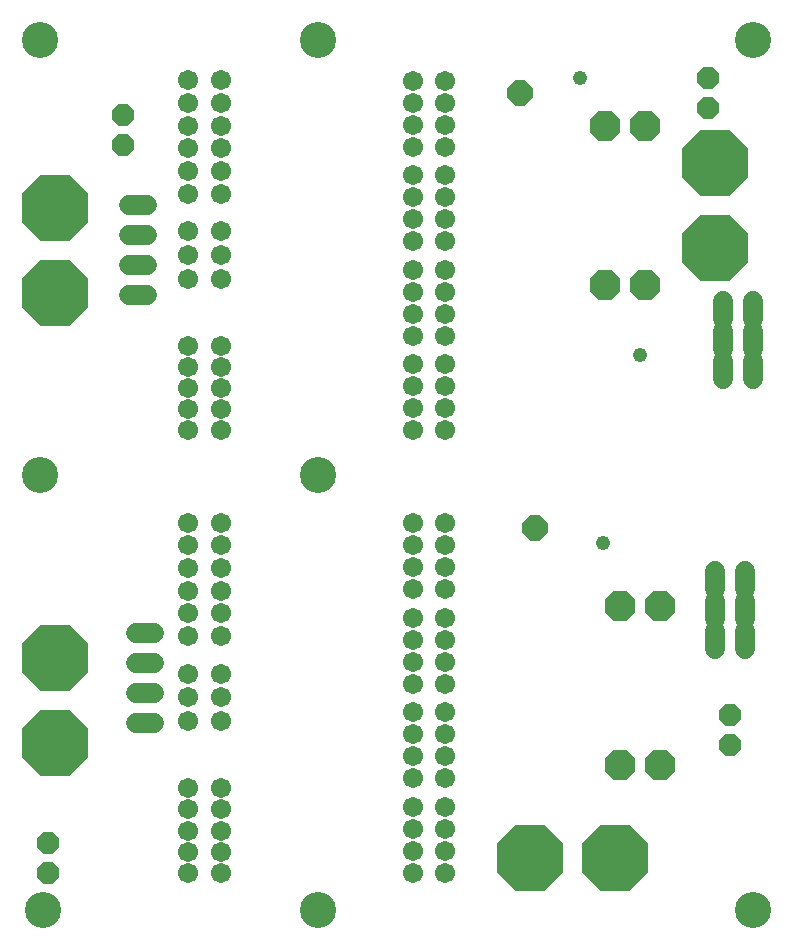
<source format=gbs>
G75*
%MOIN*%
%OFA0B0*%
%FSLAX25Y25*%
%IPPOS*%
%LPD*%
%AMOC8*
5,1,8,0,0,1.08239X$1,22.5*
%
%ADD10C,0.12000*%
%ADD11C,0.06706*%
%ADD12C,0.06800*%
%ADD13OC8,0.07100*%
%ADD14OC8,0.10250*%
%ADD15OC8,0.22300*%
%ADD16OC8,0.08400*%
%ADD17C,0.04900*%
D10*
X0018651Y0017667D03*
X0110167Y0017667D03*
X0110167Y0162667D03*
X0017667Y0162667D03*
X0017667Y0307667D03*
X0110167Y0307667D03*
X0255167Y0307667D03*
X0255167Y0017667D03*
D11*
X0152667Y0030167D03*
X0152667Y0037529D03*
X0152667Y0044891D03*
X0152667Y0052253D03*
X0152667Y0061663D03*
X0152667Y0069025D03*
X0152667Y0076387D03*
X0152667Y0083749D03*
X0152667Y0093159D03*
X0152667Y0100521D03*
X0152667Y0107883D03*
X0152667Y0115245D03*
X0152667Y0124655D03*
X0152667Y0132017D03*
X0152667Y0139379D03*
X0152667Y0146741D03*
X0141840Y0146741D03*
X0141840Y0139379D03*
X0141840Y0132017D03*
X0141840Y0124655D03*
X0141840Y0115245D03*
X0141840Y0107883D03*
X0141840Y0100521D03*
X0141840Y0093159D03*
X0141840Y0083749D03*
X0141840Y0076387D03*
X0141840Y0069025D03*
X0141840Y0061663D03*
X0141840Y0052253D03*
X0141840Y0044891D03*
X0141840Y0037529D03*
X0141840Y0030167D03*
X0077864Y0030167D03*
X0077864Y0037214D03*
X0077864Y0044261D03*
X0077864Y0051308D03*
X0077864Y0058356D03*
X0067037Y0058356D03*
X0067037Y0051308D03*
X0067037Y0044261D03*
X0067037Y0037214D03*
X0067037Y0030167D03*
X0067037Y0080757D03*
X0067037Y0088631D03*
X0067037Y0096505D03*
X0077864Y0096505D03*
X0077864Y0088631D03*
X0077864Y0080757D03*
X0077864Y0109064D03*
X0077864Y0116623D03*
X0077864Y0124182D03*
X0077864Y0131741D03*
X0077864Y0139301D03*
X0077864Y0146860D03*
X0067037Y0146860D03*
X0067037Y0139301D03*
X0067037Y0131741D03*
X0067037Y0124182D03*
X0067037Y0116623D03*
X0067037Y0109064D03*
X0067037Y0177667D03*
X0067037Y0184714D03*
X0067037Y0191761D03*
X0067037Y0198808D03*
X0067037Y0205856D03*
X0077864Y0205856D03*
X0077864Y0198808D03*
X0077864Y0191761D03*
X0077864Y0184714D03*
X0077864Y0177667D03*
X0077864Y0228257D03*
X0077864Y0236131D03*
X0077864Y0244005D03*
X0067037Y0244005D03*
X0067037Y0236131D03*
X0067037Y0228257D03*
X0067037Y0256564D03*
X0067037Y0264123D03*
X0067037Y0271682D03*
X0067037Y0279241D03*
X0067037Y0286801D03*
X0067037Y0294360D03*
X0077864Y0294360D03*
X0077864Y0286801D03*
X0077864Y0279241D03*
X0077864Y0271682D03*
X0077864Y0264123D03*
X0077864Y0256564D03*
X0141840Y0255383D03*
X0141840Y0262745D03*
X0141840Y0272155D03*
X0141840Y0279517D03*
X0141840Y0286879D03*
X0141840Y0294241D03*
X0152667Y0294241D03*
X0152667Y0286879D03*
X0152667Y0279517D03*
X0152667Y0272155D03*
X0152667Y0262745D03*
X0152667Y0255383D03*
X0152667Y0248021D03*
X0152667Y0240659D03*
X0152667Y0231249D03*
X0152667Y0223887D03*
X0152667Y0216525D03*
X0152667Y0209163D03*
X0152667Y0199753D03*
X0152667Y0192391D03*
X0152667Y0185029D03*
X0152667Y0177667D03*
X0141840Y0177667D03*
X0141840Y0185029D03*
X0141840Y0192391D03*
X0141840Y0199753D03*
X0141840Y0209163D03*
X0141840Y0216525D03*
X0141840Y0223887D03*
X0141840Y0231249D03*
X0141840Y0240659D03*
X0141840Y0248021D03*
D12*
X0053167Y0252667D02*
X0047167Y0252667D01*
X0047167Y0242667D02*
X0053167Y0242667D01*
X0053167Y0232667D02*
X0047167Y0232667D01*
X0047167Y0222667D02*
X0053167Y0222667D01*
X0055667Y0110167D02*
X0049667Y0110167D01*
X0049667Y0100167D02*
X0055667Y0100167D01*
X0055667Y0090167D02*
X0049667Y0090167D01*
X0049667Y0080167D02*
X0055667Y0080167D01*
X0242667Y0104667D02*
X0242667Y0110667D01*
X0242667Y0114667D02*
X0242667Y0120667D01*
X0242667Y0124667D02*
X0242667Y0130667D01*
X0252667Y0130667D02*
X0252667Y0124667D01*
X0252667Y0120667D02*
X0252667Y0114667D01*
X0252667Y0110667D02*
X0252667Y0104667D01*
X0255167Y0194667D02*
X0255167Y0200667D01*
X0255167Y0204667D02*
X0255167Y0210667D01*
X0255167Y0214667D02*
X0255167Y0220667D01*
X0245167Y0220667D02*
X0245167Y0214667D01*
X0245167Y0210667D02*
X0245167Y0204667D01*
X0245167Y0200667D02*
X0245167Y0194667D01*
D13*
X0240167Y0285167D03*
X0240167Y0295167D03*
X0247667Y0082667D03*
X0247667Y0072667D03*
X0045167Y0272667D03*
X0045167Y0282667D03*
X0020167Y0040167D03*
X0020167Y0030167D03*
D14*
X0205967Y0226167D03*
X0219367Y0226167D03*
X0219367Y0279167D03*
X0205967Y0279167D03*
X0210967Y0119167D03*
X0224367Y0119167D03*
X0224367Y0066167D03*
X0210967Y0066167D03*
D15*
X0209417Y0035167D03*
X0180917Y0035167D03*
X0022667Y0073417D03*
X0022667Y0101917D03*
X0022667Y0223417D03*
X0022667Y0251917D03*
X0242667Y0238417D03*
X0242667Y0266917D03*
D16*
X0177667Y0290167D03*
X0182667Y0145167D03*
D17*
X0205167Y0140167D03*
X0217667Y0202667D03*
X0197667Y0295167D03*
M02*

</source>
